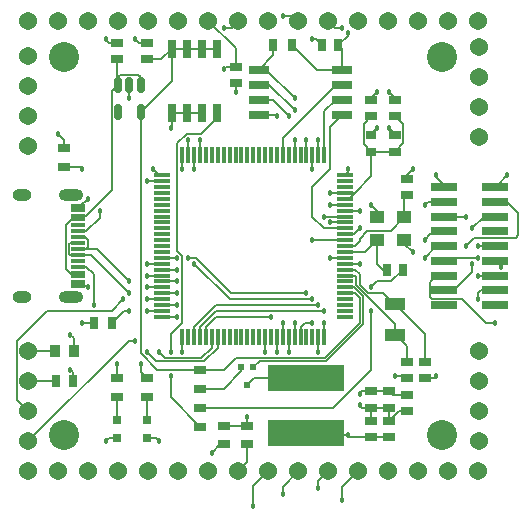
<source format=gbr>
%TF.GenerationSoftware,KiCad,Pcbnew,8.0.6-8.0.6-0~ubuntu24.04.1*%
%TF.CreationDate,2024-10-18T10:44:36-04:00*%
%TF.ProjectId,ta-expt-v2,74612d65-7870-4742-9d76-322e6b696361,rev?*%
%TF.SameCoordinates,Original*%
%TF.FileFunction,Copper,L1,Top*%
%TF.FilePolarity,Positive*%
%FSLAX46Y46*%
G04 Gerber Fmt 4.6, Leading zero omitted, Abs format (unit mm)*
G04 Created by KiCad (PCBNEW 8.0.6-8.0.6-0~ubuntu24.04.1) date 2024-10-18 10:44:36*
%MOMM*%
%LPD*%
G01*
G04 APERTURE LIST*
G04 Aperture macros list*
%AMRoundRect*
0 Rectangle with rounded corners*
0 $1 Rounding radius*
0 $2 $3 $4 $5 $6 $7 $8 $9 X,Y pos of 4 corners*
0 Add a 4 corners polygon primitive as box body*
4,1,4,$2,$3,$4,$5,$6,$7,$8,$9,$2,$3,0*
0 Add four circle primitives for the rounded corners*
1,1,$1+$1,$2,$3*
1,1,$1+$1,$4,$5*
1,1,$1+$1,$6,$7*
1,1,$1+$1,$8,$9*
0 Add four rect primitives between the rounded corners*
20,1,$1+$1,$2,$3,$4,$5,0*
20,1,$1+$1,$4,$5,$6,$7,0*
20,1,$1+$1,$6,$7,$8,$9,0*
20,1,$1+$1,$8,$9,$2,$3,0*%
G04 Aperture macros list end*
%TA.AperFunction,ComponentPad*%
%ADD10C,1.540000*%
%TD*%
%TA.AperFunction,SMDPad,CuDef*%
%ADD11R,0.990000X0.780000*%
%TD*%
%TA.AperFunction,SMDPad,CuDef*%
%ADD12R,1.000000X0.800000*%
%TD*%
%TA.AperFunction,SMDPad,CuDef*%
%ADD13R,0.780000X0.990000*%
%TD*%
%TA.AperFunction,SMDPad,CuDef*%
%ADD14R,6.400000X2.300000*%
%TD*%
%TA.AperFunction,SMDPad,CuDef*%
%ADD15R,0.300000X1.475000*%
%TD*%
%TA.AperFunction,SMDPad,CuDef*%
%ADD16R,1.475000X0.300000*%
%TD*%
%TA.AperFunction,SMDPad,CuDef*%
%ADD17R,1.785000X0.650000*%
%TD*%
%TA.AperFunction,SMDPad,CuDef*%
%ADD18R,0.940000X0.750000*%
%TD*%
%TA.AperFunction,SMDPad,CuDef*%
%ADD19R,0.800000X0.800000*%
%TD*%
%TA.AperFunction,SMDPad,CuDef*%
%ADD20R,1.300000X1.100000*%
%TD*%
%TA.AperFunction,SMDPad,CuDef*%
%ADD21R,0.900000X1.000000*%
%TD*%
%TA.AperFunction,SMDPad,CuDef*%
%ADD22R,1.800000X1.000000*%
%TD*%
%TA.AperFunction,SMDPad,CuDef*%
%ADD23R,0.800000X1.000000*%
%TD*%
%TA.AperFunction,ComponentPad*%
%ADD24O,1.600000X1.000000*%
%TD*%
%TA.AperFunction,ComponentPad*%
%ADD25O,2.100000X1.000000*%
%TD*%
%TA.AperFunction,SMDPad,CuDef*%
%ADD26R,1.150000X0.300000*%
%TD*%
%TA.AperFunction,ComponentPad*%
%ADD27C,2.540000*%
%TD*%
%TA.AperFunction,SMDPad,CuDef*%
%ADD28R,0.480000X0.630000*%
%TD*%
%TA.AperFunction,SMDPad,CuDef*%
%ADD29RoundRect,0.150000X-0.150000X0.512500X-0.150000X-0.512500X0.150000X-0.512500X0.150000X0.512500X0*%
%TD*%
%TA.AperFunction,SMDPad,CuDef*%
%ADD30R,2.300000X0.700000*%
%TD*%
%TA.AperFunction,SMDPad,CuDef*%
%ADD31R,0.650000X1.525000*%
%TD*%
%TA.AperFunction,ViaPad*%
%ADD32C,0.457200*%
%TD*%
%TA.AperFunction,Conductor*%
%ADD33C,0.127000*%
%TD*%
G04 APERTURE END LIST*
D10*
%TO.P,J8,15,Pin_15*%
%TO.N,unconnected-(J8-Pin_15-Pad15)*%
X174000000Y-127050000D03*
X171510000Y-127050000D03*
%TO.P,J8,14,Pin_14*%
%TO.N,unconnected-(J8-Pin_14-Pad14)*%
X168970000Y-127050000D03*
%TO.P,J8,13,Pin_13*%
%TO.N,unconnected-(J8-Pin_13-Pad13)*%
X166430000Y-127050000D03*
%TO.P,J8,12,Pin_12*%
%TO.N,/LPUART_RTS*%
X163890000Y-127050000D03*
%TO.P,J8,11,Pin_11*%
%TO.N,/LPUART_RX*%
X161350000Y-127050000D03*
%TO.P,J8,10,Pin_10*%
%TO.N,/LPUART_TX*%
X158810000Y-127050000D03*
%TO.P,J8,9,Pin_9*%
%TO.N,/LPUART_CTS*%
X156270000Y-127050000D03*
%TO.P,J8,8,Pin_8*%
%TO.N,/BOOT0*%
X153730000Y-127050000D03*
%TO.P,J8,7,Pin_7*%
%TO.N,unconnected-(J8-Pin_7-Pad7)*%
X151190000Y-127050000D03*
%TO.P,J8,6,Pin_6*%
%TO.N,unconnected-(J8-Pin_6-Pad6)*%
X148650000Y-127050000D03*
%TO.P,J8,5,Pin_5*%
%TO.N,unconnected-(J8-Pin_5-Pad5)*%
X146110000Y-127050000D03*
%TO.P,J8,4,Pin_4*%
%TO.N,unconnected-(J8-Pin_4-Pad4)*%
X143570000Y-127050000D03*
%TO.P,J8,3,Pin_3*%
%TO.N,unconnected-(J8-Pin_3-Pad3)*%
X141030000Y-127050000D03*
%TO.P,J8,2,Pin_2*%
%TO.N,unconnected-(J8-Pin_2-Pad2)*%
X138490000Y-127050000D03*
%TO.P,J8,1,Pin_1*%
%TO.N,unconnected-(J8-Pin_1-Pad1)*%
X135950000Y-127050000D03*
%TD*%
%TO.P,J9,15,Pin_15*%
%TO.N,unconnected-(J9-Pin_15-Pad15)*%
X174000000Y-88950000D03*
X171510000Y-88950000D03*
%TO.P,J9,14,Pin_14*%
%TO.N,unconnected-(J9-Pin_14-Pad14)*%
X168970000Y-88950000D03*
%TO.P,J9,13,Pin_13*%
%TO.N,unconnected-(J9-Pin_13-Pad13)*%
X166430000Y-88950000D03*
%TO.P,J9,12,Pin_12*%
%TO.N,/USART1_RTS*%
X163890000Y-88950000D03*
%TO.P,J9,11,Pin_11*%
%TO.N,/USART1_RX*%
X161350000Y-88950000D03*
%TO.P,J9,10,Pin_10*%
%TO.N,/USART1_TX*%
X158810000Y-88950000D03*
%TO.P,J9,9,Pin_9*%
%TO.N,/USART1_CTS*%
X156270000Y-88950000D03*
%TO.P,J9,8,Pin_8*%
%TO.N,/USART1_CK*%
X153730000Y-88950000D03*
%TO.P,J9,7,Pin_7*%
%TO.N,/NRST*%
X151190000Y-88950000D03*
%TO.P,J9,6,Pin_6*%
%TO.N,unconnected-(J9-Pin_6-Pad6)*%
X148650000Y-88950000D03*
%TO.P,J9,5,Pin_5*%
%TO.N,unconnected-(J9-Pin_5-Pad5)*%
X146110000Y-88950000D03*
%TO.P,J9,4,Pin_4*%
%TO.N,unconnected-(J9-Pin_4-Pad4)*%
X143570000Y-88950000D03*
%TO.P,J9,3,Pin_3*%
%TO.N,GND*%
X141030000Y-88950000D03*
%TO.P,J9,2,Pin_2*%
%TO.N,unconnected-(J9-Pin_2-Pad2)*%
X138490000Y-88950000D03*
%TO.P,J9,1,Pin_1*%
%TO.N,unconnected-(J9-Pin_1-Pad1)*%
X135950000Y-88950000D03*
%TD*%
D11*
%TO.P,C15,2*%
%TO.N,/VDD_FILT*%
X168000000Y-122000000D03*
%TO.P,C15,1*%
%TO.N,GND*%
X168000000Y-120600000D03*
%TD*%
%TO.P,C11,2*%
%TO.N,/VDD_FILT*%
X165000000Y-122800000D03*
%TO.P,C11,1*%
%TO.N,GND*%
X165000000Y-124200000D03*
%TD*%
D12*
%TO.P,R6,2*%
%TO.N,Net-(IC3-PH3-BOOT0)*%
X154500000Y-123200000D03*
%TO.P,R6,1*%
%TO.N,/BOOT0*%
X154500000Y-124800000D03*
%TD*%
%TO.P,R1,2*%
%TO.N,Net-(LED1-A)*%
X146000000Y-120800000D03*
%TO.P,R1,1*%
%TO.N,/LED1*%
X146000000Y-119200000D03*
%TD*%
D11*
%TO.P,C8,2*%
%TO.N,GND*%
X168000000Y-119200000D03*
%TO.P,C8,1*%
%TO.N,Net-(IC3-PC14-OSC32_IN)*%
X168000000Y-117800000D03*
%TD*%
D13*
%TO.P,C17,2*%
%TO.N,GND*%
X160800000Y-91000000D03*
%TO.P,C17,1*%
%TO.N,/VDD_FILT*%
X162200000Y-91000000D03*
%TD*%
D10*
%TO.P,J1,5,Pin_5*%
%TO.N,unconnected-(J1-Pin_5-Pad5)*%
X174070000Y-91190000D03*
%TO.P,J1,4,Pin_4*%
%TO.N,unconnected-(J1-Pin_4-Pad4)*%
X174070000Y-93730000D03*
%TO.P,J1,3,Pin_3*%
%TO.N,GND*%
X174070000Y-96270000D03*
%TO.P,J1,2,Pin_2*%
%TO.N,unconnected-(J1-Pin_2-Pad2)*%
X174070000Y-98810000D03*
%TD*%
D14*
%TO.P,C1,2*%
%TO.N,GND*%
X159500000Y-123800000D03*
%TO.P,C1,1*%
%TO.N,Net-(IC1-A1{slash}K2)*%
X159500000Y-119200000D03*
%TD*%
D15*
%TO.P,IC3,100,VDD_5*%
%TO.N,/VDD_FILT*%
X161000000Y-115738000D03*
%TO.P,IC3,99,VSS_5*%
%TO.N,GND*%
X160500000Y-115738000D03*
%TO.P,IC3,98,PE1*%
%TO.N,unconnected-(IC3-PE1-Pad98)*%
X160000000Y-115738000D03*
%TO.P,IC3,97,PE0*%
%TO.N,unconnected-(IC3-PE0-Pad97)*%
X159500000Y-115738000D03*
%TO.P,IC3,96,PB9*%
%TO.N,/DCMI_D7*%
X159000000Y-115738000D03*
%TO.P,IC3,95,PB8*%
%TO.N,/DCMI_D6*%
X158500000Y-115738000D03*
%TO.P,IC3,94,PH3-BOOT0*%
%TO.N,Net-(IC3-PH3-BOOT0)*%
X158000000Y-115738000D03*
%TO.P,IC3,93,PB7*%
%TO.N,/DCMI_VSYNC*%
X157500000Y-115738000D03*
%TO.P,IC3,92,PB6*%
%TO.N,/DCMI_D5*%
X157000000Y-115738000D03*
%TO.P,IC3,91,PB5*%
%TO.N,unconnected-(IC3-PB5-Pad91)*%
X156500000Y-115738000D03*
%TO.P,IC3,90,PB4*%
%TO.N,/I2C3_SDA*%
X156000000Y-115738000D03*
%TO.P,IC3,89,PB3*%
%TO.N,unconnected-(IC3-PB3-Pad89)*%
X155500000Y-115738000D03*
%TO.P,IC3,88,PD7*%
%TO.N,unconnected-(IC3-PD7-Pad88)*%
X155000000Y-115738000D03*
%TO.P,IC3,87,PD6*%
%TO.N,unconnected-(IC3-PD6-Pad87)*%
X154500000Y-115738000D03*
%TO.P,IC3,86,PD5*%
%TO.N,unconnected-(IC3-PD5-Pad86)*%
X154000000Y-115738000D03*
%TO.P,IC3,85,PD4*%
%TO.N,unconnected-(IC3-PD4-Pad85)*%
X153500000Y-115738000D03*
%TO.P,IC3,84,PD3*%
%TO.N,unconnected-(IC3-PD3-Pad84)*%
X153000000Y-115738000D03*
%TO.P,IC3,83,PD2*%
%TO.N,unconnected-(IC3-PD2-Pad83)*%
X152500000Y-115738000D03*
%TO.P,IC3,82,PD1*%
%TO.N,/LED2*%
X152000000Y-115738000D03*
%TO.P,IC3,81,PD0*%
%TO.N,/LED1*%
X151500000Y-115738000D03*
%TO.P,IC3,80,PC12*%
%TO.N,/DCMI_D9*%
X151000000Y-115738000D03*
%TO.P,IC3,79,PC11*%
%TO.N,/DCMI_D4*%
X150500000Y-115738000D03*
%TO.P,IC3,78,PC10*%
%TO.N,/DCMI_D8*%
X150000000Y-115738000D03*
%TO.P,IC3,77,PA15*%
%TO.N,unconnected-(IC3-PA15-Pad77)*%
X149500000Y-115738000D03*
%TO.P,IC3,76,PA14*%
%TO.N,/SWCLK*%
X149000000Y-115738000D03*
D16*
%TO.P,IC3,75,VDD_4*%
%TO.N,/VDD_FILT*%
X147262000Y-114000000D03*
%TO.P,IC3,74,VSS_4*%
%TO.N,GND*%
X147262000Y-113500000D03*
%TO.P,IC3,73,VDDUSB*%
%TO.N,/VDD_FILT*%
X147262000Y-113000000D03*
%TO.P,IC3,72,PA13*%
%TO.N,/SWDIO*%
X147262000Y-112500000D03*
%TO.P,IC3,71,PA12*%
%TO.N,/D+*%
X147262000Y-112000000D03*
%TO.P,IC3,70,PA11*%
%TO.N,/D-*%
X147262000Y-111500000D03*
%TO.P,IC3,69,PA10*%
%TO.N,/USART1_RX*%
X147262000Y-111000000D03*
%TO.P,IC3,68,PA9*%
%TO.N,/USART1_TX*%
X147262000Y-110500000D03*
%TO.P,IC3,67,PA8*%
%TO.N,/USART1_CK*%
X147262000Y-110000000D03*
%TO.P,IC3,66,PC9*%
%TO.N,/DCMI_D3*%
X147262000Y-109500000D03*
%TO.P,IC3,65,PC8*%
%TO.N,/DCMI_D2*%
X147262000Y-109000000D03*
%TO.P,IC3,64,PC7*%
%TO.N,unconnected-(IC3-PC7-Pad64)*%
X147262000Y-108500000D03*
%TO.P,IC3,63,PC6*%
%TO.N,unconnected-(IC3-PC6-Pad63)*%
X147262000Y-108000000D03*
%TO.P,IC3,62,PD15*%
%TO.N,unconnected-(IC3-PD15-Pad62)*%
X147262000Y-107500000D03*
%TO.P,IC3,61,PD14*%
%TO.N,unconnected-(IC3-PD14-Pad61)*%
X147262000Y-107000000D03*
%TO.P,IC3,60,PD13*%
%TO.N,unconnected-(IC3-PD13-Pad60)*%
X147262000Y-106500000D03*
%TO.P,IC3,59,PD12*%
%TO.N,unconnected-(IC3-PD12-Pad59)*%
X147262000Y-106000000D03*
%TO.P,IC3,58,PD11*%
%TO.N,unconnected-(IC3-PD11-Pad58)*%
X147262000Y-105500000D03*
%TO.P,IC3,57,PD10*%
%TO.N,unconnected-(IC3-PD10-Pad57)*%
X147262000Y-105000000D03*
%TO.P,IC3,56,PD9*%
%TO.N,unconnected-(IC3-PD9-Pad56)*%
X147262000Y-104500000D03*
%TO.P,IC3,55,PD8*%
%TO.N,unconnected-(IC3-PD8-Pad55)*%
X147262000Y-104000000D03*
%TO.P,IC3,54,PB15*%
%TO.N,unconnected-(IC3-PB15-Pad54)*%
X147262000Y-103500000D03*
%TO.P,IC3,53,PB14*%
%TO.N,unconnected-(IC3-PB14-Pad53)*%
X147262000Y-103000000D03*
%TO.P,IC3,52,PB13*%
%TO.N,/LPUART_CTS*%
X147262000Y-102500000D03*
%TO.P,IC3,51,PB12*%
%TO.N,/LPUART_RTS*%
X147262000Y-102000000D03*
D15*
%TO.P,IC3,50,VDD_3*%
%TO.N,/VDD_FILT*%
X149000000Y-100262000D03*
%TO.P,IC3,49,VSS_3*%
%TO.N,GND*%
X149500000Y-100262000D03*
%TO.P,IC3,48,PB11*%
%TO.N,/LPUART_TX*%
X150000000Y-100262000D03*
%TO.P,IC3,47,PB10*%
%TO.N,/LPUART_RX*%
X150500000Y-100262000D03*
%TO.P,IC3,46,PE15*%
%TO.N,unconnected-(IC3-PE15-Pad46)*%
X151000000Y-100262000D03*
%TO.P,IC3,45,PE14*%
%TO.N,unconnected-(IC3-PE14-Pad45)*%
X151500000Y-100262000D03*
%TO.P,IC3,44,PE13*%
%TO.N,unconnected-(IC3-PE13-Pad44)*%
X152000000Y-100262000D03*
%TO.P,IC3,43,PE12*%
%TO.N,unconnected-(IC3-PE12-Pad43)*%
X152500000Y-100262000D03*
%TO.P,IC3,42,PE11*%
%TO.N,unconnected-(IC3-PE11-Pad42)*%
X153000000Y-100262000D03*
%TO.P,IC3,41,PE10*%
%TO.N,unconnected-(IC3-PE10-Pad41)*%
X153500000Y-100262000D03*
%TO.P,IC3,40,PE9*%
%TO.N,unconnected-(IC3-PE9-Pad40)*%
X154000000Y-100262000D03*
%TO.P,IC3,39,PE8*%
%TO.N,unconnected-(IC3-PE8-Pad39)*%
X154500000Y-100262000D03*
%TO.P,IC3,38,PE7*%
%TO.N,unconnected-(IC3-PE7-Pad38)*%
X155000000Y-100262000D03*
%TO.P,IC3,37,PB2*%
%TO.N,unconnected-(IC3-PB2-Pad37)*%
X155500000Y-100262000D03*
%TO.P,IC3,36,PB1*%
%TO.N,unconnected-(IC3-PB1-Pad36)*%
X156000000Y-100262000D03*
%TO.P,IC3,35,PB0*%
%TO.N,unconnected-(IC3-PB0-Pad35)*%
X156500000Y-100262000D03*
%TO.P,IC3,34,PC5*%
%TO.N,unconnected-(IC3-PC5-Pad34)*%
X157000000Y-100262000D03*
%TO.P,IC3,33,PC4*%
%TO.N,/QUADSPI_BK2_IO3*%
X157500000Y-100262000D03*
%TO.P,IC3,32,PA7*%
%TO.N,unconnected-(IC3-PA7-Pad32)*%
X158000000Y-100262000D03*
%TO.P,IC3,31,PA6*%
%TO.N,/DCMI_PIXCLK*%
X158500000Y-100262000D03*
%TO.P,IC3,30,PA5*%
%TO.N,unconnected-(IC3-PA5-Pad30)*%
X159000000Y-100262000D03*
%TO.P,IC3,29,PA4*%
%TO.N,/DCMI_HSYNC*%
X159500000Y-100262000D03*
%TO.P,IC3,28,VDD_2*%
%TO.N,/VDD_FILT*%
X160000000Y-100262000D03*
%TO.P,IC3,27,VSS_2*%
%TO.N,GND*%
X160500000Y-100262000D03*
%TO.P,IC3,26,PA3*%
%TO.N,/QUADSPI_CLK*%
X161000000Y-100262000D03*
D16*
%TO.P,IC3,25,PA2*%
%TO.N,/QUADSPI_BK1_NCS*%
X162738000Y-102000000D03*
%TO.P,IC3,24,PA1*%
%TO.N,unconnected-(IC3-PA1-Pad24)*%
X162738000Y-102500000D03*
%TO.P,IC3,23,PA0*%
%TO.N,unconnected-(IC3-PA0-Pad23)*%
X162738000Y-103000000D03*
%TO.P,IC3,22,VDDA*%
%TO.N,/VDD_FILT*%
X162738000Y-103500000D03*
%TO.P,IC3,21,VREF+*%
X162738000Y-104000000D03*
%TO.P,IC3,20,VREF-*%
%TO.N,GND*%
X162738000Y-104500000D03*
%TO.P,IC3,19,VSSA*%
X162738000Y-105000000D03*
%TO.P,IC3,18,PC3*%
%TO.N,/QUADSPI_BK2_IO2*%
X162738000Y-105500000D03*
%TO.P,IC3,17,PC2*%
%TO.N,/QUADSPI_BK2_IO1*%
X162738000Y-106000000D03*
%TO.P,IC3,16,PC1*%
%TO.N,/QUADSPI_BK2_IO0*%
X162738000Y-106500000D03*
%TO.P,IC3,15,PC0*%
%TO.N,/I2C3_SCL*%
X162738000Y-107000000D03*
%TO.P,IC3,14,NRST*%
%TO.N,/NRST*%
X162738000Y-107500000D03*
%TO.P,IC3,13,PH1-OSC_OUT*%
%TO.N,Net-(IC3-PH1-OSC_OUT)*%
X162738000Y-108000000D03*
%TO.P,IC3,12,PH0-OSC_IN*%
%TO.N,Net-(IC3-PH0-OSC_IN)*%
X162738000Y-108500000D03*
%TO.P,IC3,11,VDD_1*%
%TO.N,/VDD_FILT*%
X162738000Y-109000000D03*
%TO.P,IC3,10,VSS_1*%
%TO.N,GND*%
X162738000Y-109500000D03*
%TO.P,IC3,9,PC15-OSC32_OUT*%
%TO.N,Net-(IC3-PC15-OSC32_OUT)*%
X162738000Y-110000000D03*
%TO.P,IC3,8,PC14-OSC32_IN*%
%TO.N,Net-(IC3-PC14-OSC32_IN)*%
X162738000Y-110500000D03*
%TO.P,IC3,7,PC13*%
%TO.N,unconnected-(IC3-PC13-Pad7)*%
X162738000Y-111000000D03*
%TO.P,IC3,6,VBAT*%
%TO.N,/V_BAT*%
X162738000Y-111500000D03*
%TO.P,IC3,5,PE6*%
%TO.N,/LDO_OUT*%
X162738000Y-112000000D03*
%TO.P,IC3,4,PE5*%
%TO.N,/Control*%
X162738000Y-112500000D03*
%TO.P,IC3,3,PE4*%
%TO.N,unconnected-(IC3-PE4-Pad3)*%
X162738000Y-113000000D03*
%TO.P,IC3,2,PE3*%
%TO.N,unconnected-(IC3-PE3-Pad2)*%
X162738000Y-113500000D03*
%TO.P,IC3,1,PE2*%
%TO.N,unconnected-(IC3-PE2-Pad1)*%
X162738000Y-114000000D03*
%TD*%
D10*
%TO.P,J2,4,Pin_4*%
%TO.N,unconnected-(J2-Pin_4-Pad4)*%
X135950000Y-91920000D03*
%TO.P,J2,3,Pin_3*%
%TO.N,unconnected-(J2-Pin_3-Pad3)*%
X135950000Y-94460000D03*
%TO.P,J2,2,Pin_2*%
%TO.N,GND*%
X135950000Y-97000000D03*
%TO.P,J2,1,Pin_1*%
%TO.N,unconnected-(J2-Pin_1-Pad1)*%
X135950000Y-99540000D03*
%TD*%
%TO.P,J7,4,Pin_4*%
%TO.N,/SWCLK*%
X135950000Y-124510000D03*
%TO.P,J7,3,Pin_3*%
%TO.N,/SWDIO*%
X135950000Y-121970000D03*
%TO.P,J7,2,Pin_2*%
%TO.N,GND*%
X135950000Y-119430000D03*
%TO.P,J7,1,Pin_1*%
%TO.N,VDD*%
X135950000Y-116890000D03*
%TD*%
D11*
%TO.P,C10,2*%
%TO.N,GND*%
X153500000Y-94200000D03*
%TO.P,C10,1*%
%TO.N,/NRST*%
X153500000Y-92800000D03*
%TD*%
D17*
%TO.P,IC4,8,VCC*%
%TO.N,/VDD_FILT*%
X162532000Y-93095000D03*
%TO.P,IC4,7,HOLD#_OR__RESET#(IO3)*%
%TO.N,/QUADSPI_BK2_IO3*%
X162532000Y-94365000D03*
%TO.P,IC4,6,SCK*%
%TO.N,/QUADSPI_CLK*%
X162532000Y-95635000D03*
%TO.P,IC4,5,SI(IO0)*%
%TO.N,/QUADSPI_BK2_IO0*%
X162532000Y-96905000D03*
%TO.P,IC4,4,GND*%
%TO.N,GND*%
X155468000Y-96905000D03*
%TO.P,IC4,3,WP#(IO2)*%
%TO.N,/QUADSPI_BK2_IO2*%
X155468000Y-95635000D03*
%TO.P,IC4,2,SO(IO1)*%
%TO.N,/QUADSPI_BK2_IO1*%
X155468000Y-94365000D03*
%TO.P,IC4,1,CE#*%
%TO.N,/QUADSPI_BK1_NCS*%
X155468000Y-93095000D03*
%TD*%
D18*
%TO.P,C5,2*%
%TO.N,GND*%
X165000000Y-98600000D03*
%TO.P,C5,1*%
%TO.N,/VDD_FILT*%
X165000000Y-100000000D03*
%TD*%
D11*
%TO.P,C19,2*%
%TO.N,GND*%
X146000000Y-90800000D03*
%TO.P,C19,1*%
%TO.N,/LDO_OUT*%
X146000000Y-92200000D03*
%TD*%
%TO.P,C18,2*%
%TO.N,/VBUS*%
X143500000Y-92200000D03*
%TO.P,C18,1*%
%TO.N,GND*%
X143500000Y-90800000D03*
%TD*%
D13*
%TO.P,C6,2*%
%TO.N,GND*%
X167700000Y-110000000D03*
%TO.P,C6,1*%
%TO.N,Net-(IC3-PH0-OSC_IN)*%
X166300000Y-110000000D03*
%TD*%
D19*
%TO.P,LED1,2,A*%
%TO.N,Net-(LED1-A)*%
X146000000Y-122750000D03*
%TO.P,LED1,1,K*%
%TO.N,GND*%
X146000000Y-124250000D03*
%TD*%
D20*
%TO.P,Y1,4,GND_2*%
%TO.N,GND*%
X165500000Y-105550000D03*
%TO.P,Y1,3,CRYSTAL_2*%
%TO.N,Net-(IC3-PH1-OSC_OUT)*%
X167800000Y-105550000D03*
%TO.P,Y1,2,GND_1*%
%TO.N,GND*%
X167800000Y-107450000D03*
%TO.P,Y1,1,CRYSTAL_1*%
%TO.N,Net-(IC3-PH0-OSC_IN)*%
X165500000Y-107450000D03*
%TD*%
D11*
%TO.P,C3,2*%
%TO.N,GND*%
X168000000Y-102300000D03*
%TO.P,C3,1*%
%TO.N,Net-(IC3-PH1-OSC_OUT)*%
X168000000Y-103700000D03*
%TD*%
D21*
%TO.P,FB1,2,2*%
%TO.N,/VDD_FILT*%
X139800000Y-116850000D03*
%TO.P,FB1,1,1*%
%TO.N,VDD*%
X138200000Y-116850000D03*
%TD*%
D11*
%TO.P,C9,2*%
%TO.N,GND*%
X167000000Y-95600000D03*
%TO.P,C9,1*%
%TO.N,/VDD_FILT*%
X167000000Y-97000000D03*
%TD*%
%TO.P,C13,2*%
%TO.N,GND*%
X165000000Y-120300000D03*
%TO.P,C13,1*%
%TO.N,/VDD_FILT*%
X165000000Y-121700000D03*
%TD*%
D22*
%TO.P,Y2,2,2*%
%TO.N,Net-(IC3-PC15-OSC32_OUT)*%
X167000000Y-112950000D03*
%TO.P,Y2,1,1*%
%TO.N,Net-(IC3-PC14-OSC32_IN)*%
X167000000Y-115500000D03*
%TD*%
D23*
%TO.P,R7,2*%
%TO.N,/QUADSPI_BK1_NCS*%
X156700000Y-91000000D03*
%TO.P,R7,1*%
%TO.N,/VDD_FILT*%
X158300000Y-91000000D03*
%TD*%
D19*
%TO.P,LED2,2,A*%
%TO.N,Net-(LED2-A)*%
X143500000Y-122750000D03*
%TO.P,LED2,1,K*%
%TO.N,GND*%
X143500000Y-124250000D03*
%TD*%
D11*
%TO.P,C14,2*%
%TO.N,/VDD_FILT*%
X166500000Y-122800000D03*
%TO.P,C14,1*%
%TO.N,GND*%
X166500000Y-124200000D03*
%TD*%
D12*
%TO.P,R8,2*%
%TO.N,Net-(J3-CC1)*%
X139000000Y-101300000D03*
%TO.P,R8,1*%
%TO.N,GND*%
X139000000Y-99700000D03*
%TD*%
%TO.P,R4,2*%
%TO.N,Net-(IC2-G)*%
X150500000Y-123300000D03*
%TO.P,R4,1*%
%TO.N,/Control*%
X150500000Y-121700000D03*
%TD*%
D24*
%TO.P,J3,S1,SHIELD*%
%TO.N,unconnected-(J3-SHIELD-PadS1)*%
X135425000Y-112320000D03*
D25*
X139605000Y-112320000D03*
D24*
X135425000Y-103680000D03*
D25*
X139605000Y-103680000D03*
D26*
%TO.P,J3,B12,GND*%
%TO.N,GND*%
X140170000Y-104950000D03*
%TO.P,J3,B9,VBUS*%
%TO.N,/VBUS*%
X140170000Y-105750000D03*
%TO.P,J3,B8,SBU2*%
%TO.N,unconnected-(J3-SBU2-PadB8)*%
X140170000Y-106250000D03*
%TO.P,J3,B7,D-*%
%TO.N,/D-*%
X140170000Y-107250000D03*
%TO.P,J3,B6,D+*%
%TO.N,/D+*%
X140170000Y-108750000D03*
%TO.P,J3,B5,CC2*%
%TO.N,Net-(J3-CC2)*%
X140170000Y-109750000D03*
%TO.P,J3,B4,VBUS*%
%TO.N,/VBUS*%
X140170000Y-110250000D03*
%TO.P,J3,B1,GND*%
%TO.N,GND*%
X140170000Y-111050000D03*
%TO.P,J3,A12,GND*%
X140170000Y-111350000D03*
%TO.P,J3,A9,VBUS*%
%TO.N,/VBUS*%
X140170000Y-110550000D03*
%TO.P,J3,A8,SBU1*%
%TO.N,unconnected-(J3-SBU1-PadA8)*%
X140170000Y-109250000D03*
%TO.P,J3,A7,D-*%
%TO.N,/D-*%
X140170000Y-108250000D03*
%TO.P,J3,A6,D+*%
%TO.N,/D+*%
X140170000Y-107750000D03*
%TO.P,J3,A5,CC1*%
%TO.N,Net-(J3-CC1)*%
X140170000Y-106750000D03*
%TO.P,J3,A4,VBUS*%
%TO.N,/VBUS*%
X140170000Y-105450000D03*
%TO.P,J3,A1,GND*%
%TO.N,GND*%
X140170000Y-104650000D03*
%TD*%
D11*
%TO.P,C7,2*%
%TO.N,GND*%
X165000000Y-95600000D03*
%TO.P,C7,1*%
%TO.N,/VDD_FILT*%
X165000000Y-97000000D03*
%TD*%
D27*
%TO.P,J6,4,Pin_4*%
%TO.N,GND*%
X171000000Y-124000000D03*
%TO.P,J6,3,Pin_3*%
X139000000Y-124000000D03*
%TO.P,J6,2,Pin_2*%
X171000000Y-92000000D03*
%TO.P,J6,1,Pin_1*%
X139000000Y-92000000D03*
%TD*%
D12*
%TO.P,R3,2*%
%TO.N,/LDO_OUT*%
X150500000Y-118500000D03*
%TO.P,R3,1*%
%TO.N,Net-(IC1-K1)*%
X150500000Y-120100000D03*
%TD*%
D11*
%TO.P,C12,2*%
%TO.N,GND*%
X167000000Y-98600000D03*
%TO.P,C12,1*%
%TO.N,/VDD_FILT*%
X167000000Y-100000000D03*
%TD*%
D23*
%TO.P,R9,2*%
%TO.N,Net-(J3-CC2)*%
X141470000Y-114500000D03*
%TO.P,R9,1*%
%TO.N,GND*%
X143070000Y-114500000D03*
%TD*%
D11*
%TO.P,C4,2*%
%TO.N,GND*%
X169500000Y-119200000D03*
%TO.P,C4,1*%
%TO.N,Net-(IC3-PC15-OSC32_OUT)*%
X169500000Y-117800000D03*
%TD*%
D28*
%TO.P,IC1,3,A1/K2*%
%TO.N,Net-(IC1-A1{slash}K2)*%
X154500000Y-119755000D03*
%TO.P,IC1,2,K1*%
%TO.N,Net-(IC1-K1)*%
X154000000Y-118245000D03*
%TO.P,IC1,1,A2*%
%TO.N,/V_BAT*%
X155000000Y-118245000D03*
%TD*%
D12*
%TO.P,R5,2*%
%TO.N,GND*%
X152500000Y-124800000D03*
%TO.P,R5,1*%
%TO.N,Net-(IC3-PH3-BOOT0)*%
X152500000Y-123200000D03*
%TD*%
D29*
%TO.P,U1,5,OUT*%
%TO.N,/LDO_OUT*%
X145450000Y-96637500D03*
%TO.P,U1,4,NC*%
%TO.N,unconnected-(U1-NC-Pad4)*%
X143550000Y-96637500D03*
%TO.P,U1,3,EN*%
%TO.N,/VBUS*%
X143550000Y-94362500D03*
%TO.P,U1,2,GND*%
%TO.N,GND*%
X144500000Y-94362500D03*
%TO.P,U1,1,IN*%
%TO.N,/VBUS*%
X145450000Y-94362500D03*
%TD*%
D30*
%TO.P,J5,18,18*%
%TO.N,GND*%
X175500000Y-103000000D03*
%TO.P,J5,17,17*%
%TO.N,/VDD_FILT*%
X171150000Y-103000000D03*
%TO.P,J5,16,16*%
%TO.N,/I2C3_SDA*%
X175500000Y-104250000D03*
%TO.P,J5,15,15*%
%TO.N,/I2C3_SCL*%
X171150000Y-104250000D03*
%TO.P,J5,14,14*%
%TO.N,/DCMI_HSYNC*%
X175500000Y-105500000D03*
%TO.P,J5,13,13*%
%TO.N,/DCMI_VSYNC*%
X171150000Y-105500000D03*
%TO.P,J5,12,12*%
%TO.N,unconnected-(J5-Pad12)*%
X175500000Y-106750000D03*
%TO.P,J5,11,11*%
%TO.N,/DCMI_PIXCLK*%
X171150000Y-106750000D03*
%TO.P,J5,10,10*%
%TO.N,/DCMI_D8*%
X175500000Y-108000000D03*
%TO.P,J5,9,9*%
%TO.N,/DCMI_D9*%
X171150000Y-108000000D03*
%TO.P,J5,8,8*%
%TO.N,/DCMI_D6*%
X175500000Y-109250000D03*
%TO.P,J5,7,7*%
%TO.N,/DCMI_D7*%
X171150000Y-109250000D03*
%TO.P,J5,6,6*%
%TO.N,/DCMI_D4*%
X175500000Y-110500000D03*
%TO.P,J5,5,5*%
%TO.N,/DCMI_D5*%
X171150000Y-110500000D03*
%TO.P,J5,4,4*%
%TO.N,/DCMI_D2*%
X175500000Y-111750000D03*
%TO.P,J5,3,3*%
%TO.N,/DCMI_D3*%
X171150000Y-111750000D03*
%TO.P,J5,2,2*%
%TO.N,unconnected-(J5-Pad2)*%
X175500000Y-113000000D03*
%TO.P,J5,1,1*%
%TO.N,unconnected-(J5-Pad1)*%
X171150000Y-113000000D03*
%TD*%
D31*
%TO.P,IC2,8,D_4*%
%TO.N,/LDO_OUT*%
X148095000Y-91288000D03*
%TO.P,IC2,7,D_3*%
X149365000Y-91288000D03*
%TO.P,IC2,6,D_2*%
X150635000Y-91288000D03*
%TO.P,IC2,5,D_1*%
X151905000Y-91288000D03*
%TO.P,IC2,4,G*%
%TO.N,Net-(IC2-G)*%
X151905000Y-96712000D03*
%TO.P,IC2,3,S_3*%
%TO.N,/VDD_FILT*%
X150635000Y-96712000D03*
%TO.P,IC2,2,S_2*%
X149365000Y-96712000D03*
%TO.P,IC2,1,S_1*%
X148095000Y-96712000D03*
%TD*%
D11*
%TO.P,C16,2*%
%TO.N,/VDD_FILT*%
X166500000Y-121700000D03*
%TO.P,C16,1*%
%TO.N,GND*%
X166500000Y-120300000D03*
%TD*%
D12*
%TO.P,R2,2*%
%TO.N,Net-(LED2-A)*%
X143500000Y-120800000D03*
%TO.P,R2,1*%
%TO.N,/LED2*%
X143500000Y-119200000D03*
%TD*%
D13*
%TO.P,C2,2*%
%TO.N,GND*%
X138300000Y-119400000D03*
%TO.P,C2,1*%
%TO.N,/VDD_FILT*%
X139700000Y-119400000D03*
%TD*%
D10*
%TO.P,J4,5,Pin_5*%
%TO.N,unconnected-(J4-Pin_5-Pad5)*%
X174070000Y-124540000D03*
%TO.P,J4,4,Pin_4*%
%TO.N,unconnected-(J4-Pin_4-Pad4)*%
X174070000Y-122000000D03*
%TO.P,J4,3,Pin_3*%
%TO.N,unconnected-(J4-Pin_3-Pad3)*%
X174070000Y-119460000D03*
%TO.P,J4,2,Pin_2*%
%TO.N,unconnected-(J4-Pin_2-Pad2)*%
X174070000Y-116920000D03*
%TD*%
D32*
%TO.N,GND*%
X144500000Y-113500000D03*
X138500000Y-98500000D03*
X160500000Y-117000000D03*
X167000000Y-119000000D03*
X176500000Y-102000000D03*
X168500000Y-101500000D03*
X151500000Y-125500000D03*
X170500000Y-119000000D03*
X147000000Y-124500000D03*
X160000000Y-90500000D03*
X160500000Y-99000000D03*
X144500000Y-95500000D03*
X145000000Y-90500000D03*
X163000000Y-124000000D03*
X142500000Y-124500000D03*
X153500000Y-95000000D03*
X161500000Y-104500000D03*
X142500000Y-90500000D03*
X164000000Y-120500000D03*
X165000000Y-104500000D03*
X168500000Y-108500000D03*
X141000000Y-104000000D03*
X166500000Y-98000000D03*
X157000000Y-97000000D03*
X166500000Y-95000000D03*
X149500000Y-99000000D03*
X165500000Y-95000000D03*
X164000000Y-105000000D03*
X146000000Y-113500000D03*
X164000000Y-109500000D03*
X165000000Y-111500000D03*
X165500000Y-98000000D03*
%TO.N,/VDD_FILT*%
X148500000Y-114000000D03*
X170500000Y-102000000D03*
X163000000Y-90000000D03*
X148000000Y-98000000D03*
X139500000Y-118500000D03*
X148500000Y-113000000D03*
X164000000Y-121500000D03*
X139500000Y-115500000D03*
X161000000Y-114500000D03*
X160000000Y-101500000D03*
X149000000Y-101500000D03*
X161500000Y-109000000D03*
X161500000Y-103500000D03*
%TO.N,/NRST*%
X152500000Y-93000000D03*
X160000000Y-107500000D03*
%TO.N,/LPUART_RX*%
X150500000Y-99000000D03*
X160500000Y-128500000D03*
%TO.N,/LPUART_RTS*%
X162500000Y-129500000D03*
X146500000Y-101500000D03*
%TO.N,/DCMI_D6*%
X176000000Y-109750000D03*
X158500000Y-114500000D03*
%TO.N,/DCMI_D2*%
X149500000Y-109000000D03*
X148500000Y-109000000D03*
X159500000Y-112000000D03*
X174000000Y-112500000D03*
%TO.N,/QUADSPI_BK2_IO1*%
X158500000Y-96500000D03*
X161500000Y-106000000D03*
%TO.N,/DCMI_D3*%
X173500000Y-109500000D03*
X146000000Y-109500000D03*
X160000000Y-112500000D03*
X150000000Y-109500000D03*
%TO.N,/DCMI_VSYNC*%
X157500000Y-114500000D03*
X173000000Y-105500000D03*
%TO.N,Net-(IC3-PH3-BOOT0)*%
X154500000Y-122500000D03*
X158000000Y-117000000D03*
%TO.N,/Control*%
X165000000Y-113500000D03*
%TO.N,/SWDIO*%
X144000000Y-112500000D03*
X146000000Y-112500000D03*
%TO.N,/DCMI_PIXCLK*%
X158500000Y-99000000D03*
X169500000Y-107500000D03*
%TO.N,/LED2*%
X143500000Y-118000000D03*
X146000000Y-117000000D03*
%TO.N,/D-*%
X144500000Y-111000000D03*
X146000000Y-111500000D03*
%TO.N,/LPUART_CTS*%
X146000000Y-102500000D03*
X155000000Y-130000000D03*
%TO.N,/USART1_RX*%
X162500000Y-89500000D03*
X148500000Y-111000000D03*
%TO.N,/DCMI_HSYNC*%
X173500000Y-106500000D03*
X159500000Y-99000000D03*
%TO.N,/QUADSPI_BK2_IO2*%
X161000000Y-105500000D03*
X158000000Y-97000000D03*
%TO.N,/DCMI_D4*%
X161000000Y-113500000D03*
X174000000Y-110500000D03*
%TO.N,/SWCLK*%
X149000000Y-117000000D03*
X145000000Y-116000000D03*
%TO.N,/USART1_CK*%
X152500000Y-89500000D03*
X148500000Y-110000000D03*
%TO.N,/D+*%
X148500000Y-112000000D03*
X144500000Y-112000000D03*
%TO.N,/DCMI_D7*%
X160000000Y-114500000D03*
X174000000Y-109000000D03*
%TO.N,/DCMI_D5*%
X157000000Y-117000000D03*
X175500000Y-114500000D03*
%TO.N,/QUADSPI_BK1_NCS*%
X163000000Y-101500000D03*
X158500000Y-95500000D03*
%TO.N,/USART1_TX*%
X146000000Y-110500000D03*
X157500000Y-88500000D03*
%TO.N,/LPUART_TX*%
X157500000Y-129000000D03*
X150000000Y-101500000D03*
%TO.N,/LED1*%
X147000000Y-117000000D03*
X145500000Y-118000000D03*
%TO.N,Net-(IC2-G)*%
X148000000Y-117000000D03*
X148000000Y-119000000D03*
%TO.N,/I2C3_SDA*%
X173000000Y-108000000D03*
X156000000Y-117000000D03*
%TO.N,/DCMI_D8*%
X174000000Y-108000000D03*
X160500000Y-113000000D03*
%TO.N,/I2C3_SCL*%
X169500000Y-104500000D03*
X164000000Y-106500000D03*
%TO.N,/DCMI_D9*%
X169500000Y-109000000D03*
X156500000Y-114000000D03*
%TO.N,Net-(J3-CC2)*%
X140500000Y-114500000D03*
%TO.N,Net-(J3-CC1)*%
X140500000Y-101500000D03*
X142000000Y-105000000D03*
%TO.N,Net-(J3-CC2)*%
X141500000Y-113000000D03*
%TO.N,GND*%
X141000000Y-111500000D03*
%TD*%
D33*
%TO.N,GND*%
X144070000Y-113500000D02*
X144500000Y-113500000D01*
X143070000Y-114500000D02*
X144070000Y-113500000D01*
X165500000Y-111000000D02*
X166700000Y-111000000D01*
X166700000Y-111000000D02*
X167700000Y-110000000D01*
%TO.N,Net-(IC3-PH0-OSC_IN)*%
X165500000Y-107450000D02*
X165500000Y-109500000D01*
X165500000Y-109500000D02*
X166000000Y-110000000D01*
X166000000Y-110000000D02*
X166300000Y-110000000D01*
%TO.N,GND*%
X165000000Y-98600000D02*
X165000000Y-98500000D01*
X167000000Y-98500000D02*
X166500000Y-98000000D01*
X165500000Y-111000000D02*
X165000000Y-111500000D01*
X164200000Y-120300000D02*
X164000000Y-120500000D01*
X146000000Y-124250000D02*
X146750000Y-124250000D01*
X142800000Y-90800000D02*
X142500000Y-90500000D01*
X166800000Y-120600000D02*
X166500000Y-120300000D01*
X167000000Y-98600000D02*
X167000000Y-98500000D01*
X147262000Y-113500000D02*
X146000000Y-113500000D01*
X168000000Y-120600000D02*
X166800000Y-120600000D01*
X167800000Y-119000000D02*
X168000000Y-119200000D01*
X170300000Y-119200000D02*
X170500000Y-119000000D01*
X146000000Y-90800000D02*
X145300000Y-90800000D01*
X160500000Y-100262000D02*
X160500000Y-99000000D01*
X167800000Y-107800000D02*
X168500000Y-108500000D01*
X142750000Y-124250000D02*
X142500000Y-124500000D01*
X162738000Y-104500000D02*
X161500000Y-104500000D01*
X159700000Y-124000000D02*
X159500000Y-123800000D01*
X166500000Y-95000000D02*
X167000000Y-95500000D01*
X165000000Y-95500000D02*
X165500000Y-95000000D01*
X165500000Y-105000000D02*
X165000000Y-104500000D01*
X143500000Y-90800000D02*
X142800000Y-90800000D01*
X144500000Y-94362500D02*
X144500000Y-95500000D01*
X163200000Y-124200000D02*
X163000000Y-124000000D01*
X160500000Y-117000000D02*
X160500000Y-115738000D01*
X139000000Y-99700000D02*
X139000000Y-99000000D01*
X167000000Y-95500000D02*
X167000000Y-95600000D01*
X165000000Y-95600000D02*
X165000000Y-95500000D01*
X149500000Y-99000000D02*
X149500000Y-100262000D01*
X160000000Y-90500000D02*
X160300000Y-90500000D01*
X146750000Y-124250000D02*
X147000000Y-124500000D01*
X165500000Y-105550000D02*
X165500000Y-105000000D01*
X165000000Y-120300000D02*
X164200000Y-120300000D01*
X162738000Y-109500000D02*
X164000000Y-109500000D01*
X152500000Y-124800000D02*
X152200000Y-124800000D01*
X165000000Y-124200000D02*
X163200000Y-124200000D01*
X143500000Y-124250000D02*
X142750000Y-124250000D01*
X165000000Y-98500000D02*
X165500000Y-98000000D01*
X168000000Y-102000000D02*
X168500000Y-101500000D01*
X168000000Y-102300000D02*
X168000000Y-102000000D01*
X153500000Y-94200000D02*
X153500000Y-95000000D01*
X138300000Y-119400000D02*
X135980000Y-119400000D01*
X166500000Y-124200000D02*
X165000000Y-124200000D01*
X163000000Y-124000000D02*
X159700000Y-124000000D01*
X169500000Y-119200000D02*
X170300000Y-119200000D01*
X152200000Y-124800000D02*
X151500000Y-125500000D01*
X135980000Y-119400000D02*
X135950000Y-119430000D01*
X167800000Y-107450000D02*
X167800000Y-107800000D01*
X167000000Y-119000000D02*
X167800000Y-119000000D01*
X166500000Y-120300000D02*
X165000000Y-120300000D01*
X145300000Y-90800000D02*
X145000000Y-90500000D01*
X162738000Y-105000000D02*
X164000000Y-105000000D01*
X160300000Y-90500000D02*
X160800000Y-91000000D01*
X139000000Y-99000000D02*
X138500000Y-98500000D01*
X155468000Y-96905000D02*
X156905000Y-96905000D01*
X156905000Y-96905000D02*
X157000000Y-97000000D01*
%TO.N,/VBUS*%
X143550000Y-93700001D02*
X143750001Y-93500000D01*
X145450000Y-93700001D02*
X145450000Y-94362500D01*
X145249999Y-93500000D02*
X145450000Y-93700001D01*
X143500000Y-92200000D02*
X143500000Y-94312500D01*
X143550000Y-94362500D02*
X143550000Y-93700001D01*
X143750001Y-93500000D02*
X145249999Y-93500000D01*
X143500000Y-94312500D02*
X143550000Y-94362500D01*
%TO.N,/LDO_OUT*%
X147183000Y-92200000D02*
X148095000Y-91288000D01*
X145450000Y-117072962D02*
X145450000Y-96637500D01*
X146877038Y-118500000D02*
X145450000Y-117072962D01*
X164000000Y-114500000D02*
X164000000Y-112397500D01*
X150500000Y-118500000D02*
X146877038Y-118500000D01*
X152500000Y-118500000D02*
X153559500Y-117440500D01*
X146000000Y-92200000D02*
X147183000Y-92200000D01*
X145450000Y-96637500D02*
X148095000Y-93992500D01*
X153559500Y-117440500D02*
X161059500Y-117440500D01*
X164000000Y-112397500D02*
X163602500Y-112000000D01*
X150500000Y-118500000D02*
X152500000Y-118500000D01*
X150635000Y-91288000D02*
X151905000Y-91288000D01*
X148095000Y-93992500D02*
X148095000Y-91288000D01*
X148095000Y-91288000D02*
X149365000Y-91288000D01*
X149365000Y-91288000D02*
X150635000Y-91288000D01*
X161059500Y-117440500D02*
X164000000Y-114500000D01*
X163602500Y-112000000D02*
X162738000Y-112000000D01*
%TO.N,/VDD_FILT*%
X163000000Y-90200000D02*
X162200000Y-91000000D01*
X170500000Y-102175000D02*
X171325000Y-103000000D01*
X170500000Y-102000000D02*
X170500000Y-102175000D01*
X149000000Y-101500000D02*
X149000000Y-100262000D01*
X161000000Y-114500000D02*
X161000000Y-115738000D01*
X148095000Y-97905000D02*
X148000000Y-98000000D01*
X165000000Y-100000000D02*
X164339500Y-99339500D01*
X167685500Y-99314500D02*
X167685500Y-97685500D01*
X162738000Y-109000000D02*
X161500000Y-109000000D01*
X147262000Y-113000000D02*
X148500000Y-113000000D01*
X163602500Y-103500000D02*
X162738000Y-103500000D01*
X165000000Y-121700000D02*
X164200000Y-121700000D01*
X167000000Y-100000000D02*
X167685500Y-99314500D01*
X160395000Y-93095000D02*
X158300000Y-91000000D01*
X139700000Y-116950000D02*
X139800000Y-116850000D01*
X139800000Y-116850000D02*
X139800000Y-115800000D01*
X165000000Y-102102500D02*
X163602500Y-103500000D01*
X162738000Y-104000000D02*
X163102500Y-104000000D01*
X164200000Y-121700000D02*
X164000000Y-121500000D01*
X167300000Y-122000000D02*
X166500000Y-122800000D01*
X168000000Y-122000000D02*
X167300000Y-122000000D01*
X148500000Y-114000000D02*
X147262000Y-114000000D01*
X139800000Y-115800000D02*
X139500000Y-115500000D01*
X165000000Y-121700000D02*
X165000000Y-122800000D01*
X139700000Y-118700000D02*
X139500000Y-118500000D01*
X148095000Y-96712000D02*
X148095000Y-97905000D01*
X167000000Y-100000000D02*
X165000000Y-100000000D01*
X150635000Y-96712000D02*
X149365000Y-96712000D01*
X162738000Y-103500000D02*
X161500000Y-103500000D01*
X162532000Y-93095000D02*
X160395000Y-93095000D01*
X162532000Y-93095000D02*
X162532000Y-91332000D01*
X163102500Y-104000000D02*
X163602500Y-103500000D01*
X149365000Y-96712000D02*
X148095000Y-96712000D01*
X166500000Y-122800000D02*
X166500000Y-121700000D01*
X139700000Y-119400000D02*
X139700000Y-118700000D01*
X167685500Y-97685500D02*
X167000000Y-97000000D01*
X165000000Y-100000000D02*
X165000000Y-102102500D01*
X165000000Y-121700000D02*
X166500000Y-121700000D01*
X163000000Y-90000000D02*
X163000000Y-90200000D01*
X160000000Y-100262000D02*
X160000000Y-101500000D01*
X164339500Y-97660500D02*
X165000000Y-97000000D01*
X162532000Y-91332000D02*
X162200000Y-91000000D01*
X164339500Y-99339500D02*
X164339500Y-97660500D01*
%TO.N,Net-(IC1-K1)*%
X154000000Y-118245000D02*
X154000000Y-118600000D01*
X150500000Y-120100000D02*
X152500000Y-120100000D01*
X154000000Y-118600000D02*
X152500000Y-120100000D01*
%TO.N,/V_BAT*%
X155000000Y-118245000D02*
X155550500Y-117694500D01*
X155550500Y-117694500D02*
X161164710Y-117694500D01*
X163500000Y-111500000D02*
X162738000Y-111500000D01*
X161164710Y-117694500D02*
X164254000Y-114605210D01*
X164254000Y-112254000D02*
X163500000Y-111500000D01*
X164254000Y-114605210D02*
X164254000Y-112254000D01*
%TO.N,/NRST*%
X153500000Y-92800000D02*
X153500000Y-91260000D01*
X153500000Y-92800000D02*
X152700000Y-92800000D01*
X153500000Y-91260000D02*
X151190000Y-88950000D01*
X152700000Y-92800000D02*
X152500000Y-93000000D01*
X160000000Y-107500000D02*
X162738000Y-107500000D01*
%TO.N,Net-(IC3-PC14-OSC32_IN)*%
X163666000Y-110563500D02*
X163602500Y-110500000D01*
X163602500Y-110500000D02*
X162738000Y-110500000D01*
X167000000Y-114640790D02*
X163666000Y-111306790D01*
X167000000Y-115500000D02*
X167000000Y-114640790D01*
X163666000Y-111306790D02*
X163666000Y-110563500D01*
X168000000Y-117800000D02*
X168000000Y-116500000D01*
X168000000Y-116500000D02*
X167000000Y-115500000D01*
%TO.N,/LPUART_RX*%
X160500000Y-127900000D02*
X161350000Y-127050000D01*
X160500000Y-128500000D02*
X160500000Y-127900000D01*
X150500000Y-100262000D02*
X150500000Y-99000000D01*
%TO.N,/LPUART_RTS*%
X162500000Y-129500000D02*
X162500000Y-128440000D01*
X162500000Y-128440000D02*
X163890000Y-127050000D01*
X147000000Y-102000000D02*
X146500000Y-101500000D01*
X147262000Y-102000000D02*
X147000000Y-102000000D01*
%TO.N,/DCMI_D6*%
X176000000Y-109575000D02*
X175675000Y-109250000D01*
X158500000Y-115738000D02*
X158500000Y-114500000D01*
X176000000Y-109750000D02*
X176000000Y-109575000D01*
%TO.N,Net-(IC3-PH1-OSC_OUT)*%
X166640500Y-106709500D02*
X164659500Y-106709500D01*
X164000000Y-107369000D02*
X164000000Y-107602500D01*
X164659500Y-106709500D02*
X164000000Y-107369000D01*
X164000000Y-107602500D02*
X163602500Y-108000000D01*
X167800000Y-103900000D02*
X168000000Y-103700000D01*
X167800000Y-105550000D02*
X167800000Y-103900000D01*
X163602500Y-108000000D02*
X162738000Y-108000000D01*
X167800000Y-105550000D02*
X166640500Y-106709500D01*
%TO.N,/DCMI_D2*%
X174250000Y-111750000D02*
X175675000Y-111750000D01*
X150122962Y-109000000D02*
X153122962Y-112000000D01*
X174000000Y-112000000D02*
X174250000Y-111750000D01*
X147262000Y-109000000D02*
X148500000Y-109000000D01*
X153122962Y-112000000D02*
X159500000Y-112000000D01*
X149500000Y-109000000D02*
X150122962Y-109000000D01*
X174000000Y-112500000D02*
X174000000Y-112000000D01*
%TO.N,/QUADSPI_BK2_IO1*%
X156365000Y-94365000D02*
X158500000Y-96500000D01*
X155468000Y-94365000D02*
X156365000Y-94365000D01*
X161500000Y-106000000D02*
X162738000Y-106000000D01*
%TO.N,/DCMI_D3*%
X153000000Y-112500000D02*
X160000000Y-112500000D01*
X173500000Y-110206000D02*
X171956000Y-111750000D01*
X173500000Y-109500000D02*
X173500000Y-110206000D01*
X147262000Y-109500000D02*
X146000000Y-109500000D01*
X150000000Y-109500000D02*
X153000000Y-112500000D01*
X171956000Y-111750000D02*
X171325000Y-111750000D01*
%TO.N,/QUADSPI_BK2_IO0*%
X162738000Y-106500000D02*
X161000000Y-106500000D01*
X161500000Y-97937000D02*
X162532000Y-96905000D01*
X160000000Y-103000000D02*
X161500000Y-101500000D01*
X161500000Y-101500000D02*
X161500000Y-97937000D01*
X161000000Y-106500000D02*
X160000000Y-105500000D01*
X160000000Y-105500000D02*
X160000000Y-103000000D01*
%TO.N,/DCMI_VSYNC*%
X157500000Y-115738000D02*
X157500000Y-114500000D01*
X173000000Y-105500000D02*
X171325000Y-105500000D01*
%TO.N,/QUADSPI_CLK*%
X162532000Y-95635000D02*
X161964500Y-95635000D01*
X161000000Y-96599500D02*
X161000000Y-100262000D01*
X161964500Y-95635000D02*
X161000000Y-96599500D01*
%TO.N,Net-(IC3-PH3-BOOT0)*%
X154500000Y-123200000D02*
X152500000Y-123200000D01*
X154500000Y-123200000D02*
X154500000Y-122500000D01*
X158000000Y-117000000D02*
X158000000Y-115738000D01*
%TO.N,/Control*%
X161731000Y-121700000D02*
X164965500Y-118465500D01*
X150500000Y-121700000D02*
X161731000Y-121700000D01*
X165000000Y-118431000D02*
X165000000Y-113500000D01*
X164965500Y-118465500D02*
X165000000Y-118431000D01*
%TO.N,/SWDIO*%
X134989500Y-121009500D02*
X134989500Y-116010500D01*
X135950000Y-121970000D02*
X134989500Y-121009500D01*
X143000000Y-113500000D02*
X144000000Y-112500000D01*
X146000000Y-112500000D02*
X147262000Y-112500000D01*
X137500000Y-113500000D02*
X143000000Y-113500000D01*
X134989500Y-116010500D02*
X137500000Y-113500000D01*
%TO.N,/DCMI_PIXCLK*%
X169500000Y-107500000D02*
X170000000Y-107000000D01*
X171075000Y-107000000D02*
X171325000Y-106750000D01*
X158500000Y-100262000D02*
X158500000Y-99000000D01*
X170000000Y-107000000D02*
X171075000Y-107000000D01*
%TO.N,/LED2*%
X152000000Y-115738000D02*
X152000000Y-116602500D01*
X152000000Y-116602500D02*
X150848500Y-117754000D01*
X143500000Y-118000000D02*
X143500000Y-119200000D01*
X150848500Y-117754000D02*
X146754000Y-117754000D01*
X146754000Y-117754000D02*
X146000000Y-117000000D01*
%TO.N,Net-(IC3-PH0-OSC_IN)*%
X164450000Y-108500000D02*
X165500000Y-107450000D01*
X162738000Y-108500000D02*
X164450000Y-108500000D01*
%TO.N,/D-*%
X141750000Y-108250000D02*
X144500000Y-111000000D01*
X146000000Y-111500000D02*
X147262000Y-111500000D01*
%TO.N,/LPUART_CTS*%
X147262000Y-102500000D02*
X146000000Y-102500000D01*
X155000000Y-130000000D02*
X155000000Y-128320000D01*
X155000000Y-128320000D02*
X156270000Y-127050000D01*
%TO.N,/USART1_RX*%
X161900000Y-89500000D02*
X161350000Y-88950000D01*
X162500000Y-89500000D02*
X161900000Y-89500000D01*
X147262000Y-111000000D02*
X148500000Y-111000000D01*
%TO.N,/DCMI_HSYNC*%
X173500000Y-106500000D02*
X174500000Y-105500000D01*
X174500000Y-105500000D02*
X175675000Y-105500000D01*
X159500000Y-100262000D02*
X159500000Y-99000000D01*
%TO.N,/QUADSPI_BK2_IO3*%
X162532000Y-94365000D02*
X161964500Y-94365000D01*
X157500000Y-98829500D02*
X157500000Y-100262000D01*
X161964500Y-94365000D02*
X157500000Y-98829500D01*
%TO.N,/QUADSPI_BK2_IO2*%
X161000000Y-105500000D02*
X162738000Y-105500000D01*
X155468000Y-95635000D02*
X156635000Y-95635000D01*
X156635000Y-95635000D02*
X158000000Y-97000000D01*
%TO.N,/DCMI_D4*%
X150500000Y-115738000D02*
X150500000Y-114873500D01*
X150500000Y-114873500D02*
X151873500Y-113500000D01*
X174000000Y-110500000D02*
X175675000Y-110500000D01*
X151873500Y-113500000D02*
X161000000Y-113500000D01*
%TO.N,/SWCLK*%
X144460000Y-116000000D02*
X145000000Y-116000000D01*
X135950000Y-124510000D02*
X144460000Y-116000000D01*
X149000000Y-117000000D02*
X149000000Y-115738000D01*
%TO.N,/USART1_CK*%
X147262000Y-110000000D02*
X148500000Y-110000000D01*
X152500000Y-89500000D02*
X153180000Y-89500000D01*
X153180000Y-89500000D02*
X153730000Y-88950000D01*
%TO.N,/D+*%
X141250000Y-108750000D02*
X144500000Y-112000000D01*
X148500000Y-112000000D02*
X147262000Y-112000000D01*
%TO.N,/DCMI_D7*%
X171575000Y-109000000D02*
X171325000Y-109250000D01*
X174000000Y-109000000D02*
X171575000Y-109000000D01*
X159373500Y-114500000D02*
X160000000Y-114500000D01*
X159000000Y-114873500D02*
X159373500Y-114500000D01*
X159000000Y-115738000D02*
X159000000Y-114873500D01*
%TO.N,Net-(IC3-PC15-OSC32_OUT)*%
X169500000Y-117800000D02*
X169500000Y-115450000D01*
X163602500Y-110000000D02*
X162738000Y-110000000D01*
X164000000Y-110397500D02*
X163602500Y-110000000D01*
X167000000Y-112950000D02*
X165990500Y-111940500D01*
X169500000Y-115450000D02*
X167000000Y-112950000D01*
X164678500Y-111940500D02*
X164000000Y-111262000D01*
X165990500Y-111940500D02*
X164678500Y-111940500D01*
X164000000Y-111262000D02*
X164000000Y-110397500D01*
%TO.N,/DCMI_D5*%
X169984500Y-112290500D02*
X169984500Y-111040500D01*
X170525000Y-110500000D02*
X171325000Y-110500000D01*
X169984500Y-111040500D02*
X170525000Y-110500000D01*
X174706000Y-114500000D02*
X172665500Y-112459500D01*
X172665500Y-112459500D02*
X170153500Y-112459500D01*
X170153500Y-112459500D02*
X169984500Y-112290500D01*
X175500000Y-114500000D02*
X174706000Y-114500000D01*
X157000000Y-115738000D02*
X157000000Y-117000000D01*
%TO.N,/QUADSPI_BK1_NCS*%
X156700000Y-91000000D02*
X156700000Y-91863000D01*
X156700000Y-91863000D02*
X155468000Y-93095000D01*
X155468000Y-93095000D02*
X156095000Y-93095000D01*
X156095000Y-93095000D02*
X158500000Y-95500000D01*
X163000000Y-101738000D02*
X162738000Y-102000000D01*
X163000000Y-101500000D02*
X163000000Y-101738000D01*
%TO.N,/USART1_TX*%
X158360000Y-88500000D02*
X158810000Y-88950000D01*
X147262000Y-110500000D02*
X146000000Y-110500000D01*
X157500000Y-88500000D02*
X158360000Y-88500000D01*
%TO.N,/LPUART_TX*%
X157500000Y-129000000D02*
X157500000Y-128360000D01*
X157500000Y-128360000D02*
X158810000Y-127050000D01*
X150000000Y-100262000D02*
X150000000Y-101500000D01*
%TO.N,/LED1*%
X150602500Y-117500000D02*
X147500000Y-117500000D01*
X145500000Y-118000000D02*
X145500000Y-118700000D01*
X145500000Y-118700000D02*
X146000000Y-119200000D01*
X147500000Y-117500000D02*
X147000000Y-117000000D01*
X151500000Y-115738000D02*
X151500000Y-116602500D01*
X151500000Y-116602500D02*
X150602500Y-117500000D01*
%TO.N,Net-(IC1-A1{slash}K2)*%
X159500000Y-119200000D02*
X155055000Y-119200000D01*
X155055000Y-119200000D02*
X154500000Y-119755000D01*
%TO.N,Net-(IC2-G)*%
X149377038Y-98500000D02*
X148559500Y-99317538D01*
X148000000Y-115469500D02*
X148000000Y-117000000D01*
X148559500Y-108436538D02*
X148940500Y-108817538D01*
X148559500Y-99317538D02*
X148559500Y-108436538D01*
X148940500Y-108817538D02*
X148940500Y-114529000D01*
X148000000Y-120800000D02*
X150500000Y-123300000D01*
X148940500Y-114529000D02*
X148000000Y-115469500D01*
X151905000Y-97149500D02*
X150554500Y-98500000D01*
X148000000Y-119000000D02*
X148000000Y-120800000D01*
X150554500Y-98500000D02*
X149377038Y-98500000D01*
X151905000Y-96712000D02*
X151905000Y-97149500D01*
%TO.N,/BOOT0*%
X154500000Y-126280000D02*
X153730000Y-127050000D01*
X154500000Y-124800000D02*
X154500000Y-126280000D01*
%TO.N,VDD*%
X138160000Y-116890000D02*
X138200000Y-116850000D01*
X135950000Y-116890000D02*
X138160000Y-116890000D01*
%TO.N,Net-(LED1-A)*%
X146000000Y-120800000D02*
X146000000Y-122750000D01*
%TO.N,Net-(LED2-A)*%
X143500000Y-120800000D02*
X143500000Y-122750000D01*
%TO.N,/I2C3_SDA*%
X156000000Y-115738000D02*
X156000000Y-117000000D01*
%TO.N,/DCMI_D8*%
X150000000Y-114873500D02*
X151873500Y-113000000D01*
X174000000Y-108000000D02*
X175675000Y-108000000D01*
X151873500Y-113000000D02*
X160500000Y-113000000D01*
X150000000Y-115738000D02*
X150000000Y-114873500D01*
%TO.N,/I2C3_SCL*%
X163500000Y-107000000D02*
X164000000Y-106500000D01*
X162738000Y-107000000D02*
X163500000Y-107000000D01*
%TO.N,/DCMI_D9*%
X151000000Y-114873500D02*
X151873500Y-114000000D01*
X151000000Y-115738000D02*
X151000000Y-114873500D01*
X169500000Y-109000000D02*
X170500000Y-108000000D01*
X170500000Y-108000000D02*
X171325000Y-108000000D01*
X151873500Y-114000000D02*
X156500000Y-114000000D01*
%TO.N,Net-(J3-CC2)*%
X140500000Y-114500000D02*
X141470000Y-114500000D01*
%TO.N,Net-(J3-CC1)*%
X140300000Y-101300000D02*
X139000000Y-101300000D01*
X140500000Y-101500000D02*
X140300000Y-101300000D01*
%TO.N,/VBUS*%
X143059500Y-103262500D02*
X143059500Y-94853000D01*
X143059500Y-94853000D02*
X143550000Y-94362500D01*
X140872000Y-105450000D02*
X143059500Y-103262500D01*
%TO.N,Net-(J3-CC1)*%
X142000000Y-105622000D02*
X142000000Y-105000000D01*
%TO.N,/VBUS*%
X139150500Y-106259000D02*
X139659500Y-105750000D01*
%TO.N,/D-*%
X141000000Y-107500000D02*
X140750000Y-107250000D01*
X141250000Y-108250000D02*
X141750000Y-108250000D01*
X141000000Y-108122000D02*
X141000000Y-107500000D01*
X140170000Y-108250000D02*
X140872000Y-108250000D01*
%TO.N,Net-(J3-CC2)*%
X140170000Y-109750000D02*
X140872000Y-109750000D01*
%TO.N,/D-*%
X140170000Y-108250000D02*
X141250000Y-108250000D01*
%TO.N,/D+*%
X140170000Y-108750000D02*
X141250000Y-108750000D01*
%TO.N,/D-*%
X140872000Y-108250000D02*
X141000000Y-108122000D01*
%TO.N,Net-(J3-CC2)*%
X140872000Y-109750000D02*
X141500000Y-110378000D01*
X141500000Y-110378000D02*
X141500000Y-113000000D01*
%TO.N,GND*%
X140850000Y-111350000D02*
X141000000Y-111500000D01*
X140170000Y-111350000D02*
X140850000Y-111350000D01*
X140170000Y-111050000D02*
X140170000Y-111350000D01*
%TO.N,/VBUS*%
X140170000Y-110250000D02*
X140170000Y-110550000D01*
%TO.N,/D+*%
X139404500Y-108686500D02*
X139404500Y-107813500D01*
%TO.N,/VBUS*%
X140170000Y-110550000D02*
X139745000Y-110550000D01*
%TO.N,/D+*%
X140170000Y-108750000D02*
X139468000Y-108750000D01*
%TO.N,/VBUS*%
X139745000Y-110550000D02*
X139150500Y-109955500D01*
X139150500Y-109955500D02*
X139150500Y-106259000D01*
%TO.N,/D+*%
X139468000Y-107750000D02*
X140170000Y-107750000D01*
X139468000Y-108750000D02*
X139404500Y-108686500D01*
X139404500Y-107813500D02*
X139468000Y-107750000D01*
%TO.N,GND*%
X140170000Y-104950000D02*
X140170000Y-104650000D01*
X140170000Y-104650000D02*
X140350000Y-104650000D01*
X140350000Y-104650000D02*
X141000000Y-104000000D01*
%TO.N,/VBUS*%
X140170000Y-105450000D02*
X140872000Y-105450000D01*
X140170000Y-105450000D02*
X140170000Y-105750000D01*
X139659500Y-105750000D02*
X140170000Y-105750000D01*
%TO.N,/D-*%
X140750000Y-107250000D02*
X140170000Y-107250000D01*
%TO.N,Net-(J3-CC1)*%
X140170000Y-106750000D02*
X140872000Y-106750000D01*
X140872000Y-106750000D02*
X142000000Y-105622000D01*
%TO.N,/I2C3_SDA*%
X173000000Y-108000000D02*
X173709500Y-107290500D01*
X176475000Y-104250000D02*
X175675000Y-104250000D01*
X177411500Y-105186500D02*
X176475000Y-104250000D01*
X177411500Y-107088500D02*
X177411500Y-105186500D01*
X177209500Y-107290500D02*
X177411500Y-107088500D01*
X173709500Y-107290500D02*
X177209500Y-107290500D01*
%TO.N,GND*%
X176500000Y-102000000D02*
X175675000Y-102825000D01*
X175675000Y-102825000D02*
X175675000Y-103000000D01*
%TO.N,/I2C3_SCL*%
X169500000Y-104500000D02*
X169750000Y-104250000D01*
X169750000Y-104250000D02*
X171325000Y-104250000D01*
%TD*%
M02*

</source>
